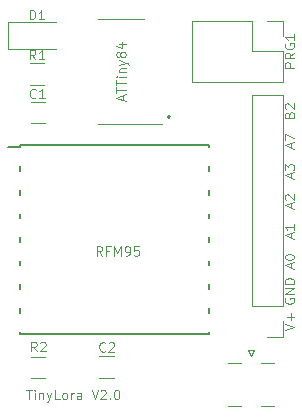
<source format=gbr>
G04 #@! TF.GenerationSoftware,KiCad,Pcbnew,5.1.5*
G04 #@! TF.CreationDate,2020-01-23T21:18:07+01:00*
G04 #@! TF.ProjectId,LORA_ATTINY84,4c4f5241-5f41-4545-9449-4e5938342e6b,rev?*
G04 #@! TF.SameCoordinates,Original*
G04 #@! TF.FileFunction,Legend,Top*
G04 #@! TF.FilePolarity,Positive*
%FSLAX46Y46*%
G04 Gerber Fmt 4.6, Leading zero omitted, Abs format (unit mm)*
G04 Created by KiCad (PCBNEW 5.1.5) date 2020-01-23 21:18:07*
%MOMM*%
%LPD*%
G04 APERTURE LIST*
%ADD10C,0.250000*%
%ADD11C,0.100000*%
%ADD12C,0.120000*%
%ADD13C,0.200000*%
G04 APERTURE END LIST*
D10*
X81051400Y-54789342D02*
X81099019Y-54836961D01*
X81051400Y-54884580D01*
X81003780Y-54836961D01*
X81051400Y-54789342D01*
X81051400Y-54884580D01*
D11*
X91306657Y-54705209D02*
X91344752Y-54590923D01*
X91382847Y-54552828D01*
X91459038Y-54514733D01*
X91573323Y-54514733D01*
X91649514Y-54552828D01*
X91687609Y-54590923D01*
X91725704Y-54667114D01*
X91725704Y-54971876D01*
X90925704Y-54971876D01*
X90925704Y-54705209D01*
X90963800Y-54629019D01*
X91001895Y-54590923D01*
X91078085Y-54552828D01*
X91154276Y-54552828D01*
X91230466Y-54590923D01*
X91268561Y-54629019D01*
X91306657Y-54705209D01*
X91306657Y-54971876D01*
X91001895Y-54209971D02*
X90963800Y-54171876D01*
X90925704Y-54095685D01*
X90925704Y-53905209D01*
X90963800Y-53829019D01*
X91001895Y-53790923D01*
X91078085Y-53752828D01*
X91154276Y-53752828D01*
X91268561Y-53790923D01*
X91725704Y-54248066D01*
X91725704Y-53752828D01*
X91497133Y-57492828D02*
X91497133Y-57111876D01*
X91725704Y-57569019D02*
X90925704Y-57302352D01*
X91725704Y-57035685D01*
X90925704Y-56845209D02*
X90925704Y-56311876D01*
X91725704Y-56654733D01*
X91497133Y-60032828D02*
X91497133Y-59651876D01*
X91725704Y-60109019D02*
X90925704Y-59842352D01*
X91725704Y-59575685D01*
X90925704Y-59385209D02*
X90925704Y-58889971D01*
X91230466Y-59156638D01*
X91230466Y-59042352D01*
X91268561Y-58966161D01*
X91306657Y-58928066D01*
X91382847Y-58889971D01*
X91573323Y-58889971D01*
X91649514Y-58928066D01*
X91687609Y-58966161D01*
X91725704Y-59042352D01*
X91725704Y-59270923D01*
X91687609Y-59347114D01*
X91649514Y-59385209D01*
X91497133Y-62572828D02*
X91497133Y-62191876D01*
X91725704Y-62649019D02*
X90925704Y-62382352D01*
X91725704Y-62115685D01*
X91001895Y-61887114D02*
X90963800Y-61849019D01*
X90925704Y-61772828D01*
X90925704Y-61582352D01*
X90963800Y-61506161D01*
X91001895Y-61468066D01*
X91078085Y-61429971D01*
X91154276Y-61429971D01*
X91268561Y-61468066D01*
X91725704Y-61925209D01*
X91725704Y-61429971D01*
X91497133Y-65112828D02*
X91497133Y-64731876D01*
X91725704Y-65189019D02*
X90925704Y-64922352D01*
X91725704Y-64655685D01*
X91725704Y-63969971D02*
X91725704Y-64427114D01*
X91725704Y-64198542D02*
X90925704Y-64198542D01*
X91039990Y-64274733D01*
X91116180Y-64350923D01*
X91154276Y-64427114D01*
X91497133Y-67652828D02*
X91497133Y-67271876D01*
X91725704Y-67729019D02*
X90925704Y-67462352D01*
X91725704Y-67195685D01*
X90925704Y-66776638D02*
X90925704Y-66700447D01*
X90963800Y-66624257D01*
X91001895Y-66586161D01*
X91078085Y-66548066D01*
X91230466Y-66509971D01*
X91420942Y-66509971D01*
X91573323Y-66548066D01*
X91649514Y-66586161D01*
X91687609Y-66624257D01*
X91725704Y-66700447D01*
X91725704Y-66776638D01*
X91687609Y-66852828D01*
X91649514Y-66890923D01*
X91573323Y-66929019D01*
X91420942Y-66967114D01*
X91230466Y-66967114D01*
X91078085Y-66929019D01*
X91001895Y-66890923D01*
X90963800Y-66852828D01*
X90925704Y-66776638D01*
X90963800Y-70230923D02*
X90925704Y-70307114D01*
X90925704Y-70421400D01*
X90963800Y-70535685D01*
X91039990Y-70611876D01*
X91116180Y-70649971D01*
X91268561Y-70688066D01*
X91382847Y-70688066D01*
X91535228Y-70649971D01*
X91611419Y-70611876D01*
X91687609Y-70535685D01*
X91725704Y-70421400D01*
X91725704Y-70345209D01*
X91687609Y-70230923D01*
X91649514Y-70192828D01*
X91382847Y-70192828D01*
X91382847Y-70345209D01*
X91725704Y-69849971D02*
X90925704Y-69849971D01*
X91725704Y-69392828D01*
X90925704Y-69392828D01*
X91725704Y-69011876D02*
X90925704Y-69011876D01*
X90925704Y-68821400D01*
X90963800Y-68707114D01*
X91039990Y-68630923D01*
X91116180Y-68592828D01*
X91268561Y-68554733D01*
X91382847Y-68554733D01*
X91535228Y-68592828D01*
X91611419Y-68630923D01*
X91687609Y-68707114D01*
X91725704Y-68821400D01*
X91725704Y-69011876D01*
X90925704Y-72923304D02*
X91725704Y-72656638D01*
X90925704Y-72389971D01*
X91420942Y-72123304D02*
X91420942Y-71513780D01*
X91725704Y-71818542D02*
X91116180Y-71818542D01*
X69044047Y-77997104D02*
X69501190Y-77997104D01*
X69272619Y-78797104D02*
X69272619Y-77997104D01*
X69767857Y-78797104D02*
X69767857Y-78263771D01*
X69767857Y-77997104D02*
X69729761Y-78035200D01*
X69767857Y-78073295D01*
X69805952Y-78035200D01*
X69767857Y-77997104D01*
X69767857Y-78073295D01*
X70148809Y-78263771D02*
X70148809Y-78797104D01*
X70148809Y-78339961D02*
X70186904Y-78301866D01*
X70263095Y-78263771D01*
X70377380Y-78263771D01*
X70453571Y-78301866D01*
X70491666Y-78378057D01*
X70491666Y-78797104D01*
X70796428Y-78263771D02*
X70986904Y-78797104D01*
X71177380Y-78263771D02*
X70986904Y-78797104D01*
X70910714Y-78987580D01*
X70872619Y-79025676D01*
X70796428Y-79063771D01*
X71863095Y-78797104D02*
X71482142Y-78797104D01*
X71482142Y-77997104D01*
X72244047Y-78797104D02*
X72167857Y-78759009D01*
X72129761Y-78720914D01*
X72091666Y-78644723D01*
X72091666Y-78416152D01*
X72129761Y-78339961D01*
X72167857Y-78301866D01*
X72244047Y-78263771D01*
X72358333Y-78263771D01*
X72434523Y-78301866D01*
X72472619Y-78339961D01*
X72510714Y-78416152D01*
X72510714Y-78644723D01*
X72472619Y-78720914D01*
X72434523Y-78759009D01*
X72358333Y-78797104D01*
X72244047Y-78797104D01*
X72853571Y-78797104D02*
X72853571Y-78263771D01*
X72853571Y-78416152D02*
X72891666Y-78339961D01*
X72929761Y-78301866D01*
X73005952Y-78263771D01*
X73082142Y-78263771D01*
X73691666Y-78797104D02*
X73691666Y-78378057D01*
X73653571Y-78301866D01*
X73577380Y-78263771D01*
X73425000Y-78263771D01*
X73348809Y-78301866D01*
X73691666Y-78759009D02*
X73615476Y-78797104D01*
X73425000Y-78797104D01*
X73348809Y-78759009D01*
X73310714Y-78682819D01*
X73310714Y-78606628D01*
X73348809Y-78530438D01*
X73425000Y-78492342D01*
X73615476Y-78492342D01*
X73691666Y-78454247D01*
X74567857Y-77997104D02*
X74834523Y-78797104D01*
X75101190Y-77997104D01*
X75329761Y-78073295D02*
X75367857Y-78035200D01*
X75444047Y-77997104D01*
X75634523Y-77997104D01*
X75710714Y-78035200D01*
X75748809Y-78073295D01*
X75786904Y-78149485D01*
X75786904Y-78225676D01*
X75748809Y-78339961D01*
X75291666Y-78797104D01*
X75786904Y-78797104D01*
X76129761Y-78720914D02*
X76167857Y-78759009D01*
X76129761Y-78797104D01*
X76091666Y-78759009D01*
X76129761Y-78720914D01*
X76129761Y-78797104D01*
X76663095Y-77997104D02*
X76739285Y-77997104D01*
X76815476Y-78035200D01*
X76853571Y-78073295D01*
X76891666Y-78149485D01*
X76929761Y-78301866D01*
X76929761Y-78492342D01*
X76891666Y-78644723D01*
X76853571Y-78720914D01*
X76815476Y-78759009D01*
X76739285Y-78797104D01*
X76663095Y-78797104D01*
X76586904Y-78759009D01*
X76548809Y-78720914D01*
X76510714Y-78644723D01*
X76472619Y-78492342D01*
X76472619Y-78301866D01*
X76510714Y-78149485D01*
X76548809Y-78073295D01*
X76586904Y-78035200D01*
X76663095Y-77997104D01*
D12*
X88927200Y-75683800D02*
X90037200Y-75683800D01*
X86137200Y-75683800D02*
X87247200Y-75683800D01*
X88927200Y-79393800D02*
X90037200Y-79393800D01*
X86137200Y-79393800D02*
X87247200Y-79393800D01*
X88087200Y-75133800D02*
X88337200Y-74633800D01*
X88337200Y-74633800D02*
X87837200Y-74633800D01*
X87837200Y-74633800D02*
X88087200Y-75133800D01*
X69414636Y-77008400D02*
X70618764Y-77008400D01*
X69414636Y-75188400D02*
X70618764Y-75188400D01*
X76446464Y-75163000D02*
X75242336Y-75163000D01*
X76446464Y-76983000D02*
X75242336Y-76983000D01*
X70629864Y-53598400D02*
X69425736Y-53598400D01*
X70629864Y-55418400D02*
X69425736Y-55418400D01*
X90788800Y-46726800D02*
X90788800Y-48056800D01*
X89458800Y-46726800D02*
X90788800Y-46726800D01*
X90788800Y-49326800D02*
X90788800Y-51926800D01*
X88188800Y-49326800D02*
X90788800Y-49326800D01*
X88188800Y-46726800D02*
X88188800Y-49326800D01*
X90788800Y-51926800D02*
X83048800Y-51926800D01*
X88188800Y-46726800D02*
X83048800Y-46726800D01*
X83048800Y-46726800D02*
X83048800Y-51926800D01*
X90788800Y-73491400D02*
X89458800Y-73491400D01*
X90788800Y-72161400D02*
X90788800Y-73491400D01*
X90788800Y-70891400D02*
X88128800Y-70891400D01*
X88128800Y-70891400D02*
X88128800Y-53051400D01*
X90788800Y-70891400D02*
X90788800Y-53051400D01*
X90788800Y-53051400D02*
X88128800Y-53051400D01*
X70579064Y-50359900D02*
X69374936Y-50359900D01*
X70579064Y-52179900D02*
X69374936Y-52179900D01*
X67517000Y-49115600D02*
X71577000Y-49115600D01*
X67517000Y-46845600D02*
X67517000Y-49115600D01*
X71577000Y-46845600D02*
X67517000Y-46845600D01*
X77089000Y-55463600D02*
X80539000Y-55463600D01*
X77089000Y-55463600D02*
X75139000Y-55463600D01*
X77089000Y-46593600D02*
X79039000Y-46593600D01*
X77089000Y-46593600D02*
X75139000Y-46593600D01*
D13*
X68529200Y-57267600D02*
X84529200Y-57267600D01*
X68529200Y-69067600D02*
X68529200Y-69467600D01*
X68529200Y-67067600D02*
X68529200Y-67467600D01*
X68529200Y-65067600D02*
X68529200Y-65467600D01*
X68529200Y-63067600D02*
X68529200Y-63467600D01*
X68529200Y-61467600D02*
X68529200Y-61067600D01*
X68529200Y-59467600D02*
X68529200Y-59067600D01*
X67529200Y-57467600D02*
X68529200Y-57467600D01*
X68529200Y-57467600D02*
X68529200Y-57267600D01*
X68529200Y-71067600D02*
X68529200Y-71467600D01*
X84529200Y-57267600D02*
X84529200Y-57467600D01*
X84529200Y-59067600D02*
X84529200Y-59467600D01*
X84529200Y-61067600D02*
X84529200Y-61467600D01*
X84529200Y-63067600D02*
X84529200Y-63467600D01*
X84529200Y-65067600D02*
X84529200Y-65467600D01*
X84529200Y-67067600D02*
X84529200Y-67467600D01*
X84529200Y-69067600D02*
X84529200Y-69467600D01*
X84529200Y-71067600D02*
X84529200Y-71467600D01*
X84529200Y-73067600D02*
X84529200Y-73267600D01*
X84529200Y-73267600D02*
X68529200Y-73267600D01*
X68529200Y-73267600D02*
X68529200Y-73067600D01*
D11*
X69919866Y-74733104D02*
X69653200Y-74352152D01*
X69462723Y-74733104D02*
X69462723Y-73933104D01*
X69767485Y-73933104D01*
X69843676Y-73971200D01*
X69881771Y-74009295D01*
X69919866Y-74085485D01*
X69919866Y-74199771D01*
X69881771Y-74275961D01*
X69843676Y-74314057D01*
X69767485Y-74352152D01*
X69462723Y-74352152D01*
X70224628Y-74009295D02*
X70262723Y-73971200D01*
X70338914Y-73933104D01*
X70529390Y-73933104D01*
X70605580Y-73971200D01*
X70643676Y-74009295D01*
X70681771Y-74085485D01*
X70681771Y-74161676D01*
X70643676Y-74275961D01*
X70186533Y-74733104D01*
X70681771Y-74733104D01*
X75736466Y-74682314D02*
X75698371Y-74720409D01*
X75584085Y-74758504D01*
X75507895Y-74758504D01*
X75393609Y-74720409D01*
X75317419Y-74644219D01*
X75279323Y-74568028D01*
X75241228Y-74415647D01*
X75241228Y-74301361D01*
X75279323Y-74148980D01*
X75317419Y-74072790D01*
X75393609Y-73996600D01*
X75507895Y-73958504D01*
X75584085Y-73958504D01*
X75698371Y-73996600D01*
X75736466Y-74034695D01*
X76041228Y-74034695D02*
X76079323Y-73996600D01*
X76155514Y-73958504D01*
X76345990Y-73958504D01*
X76422180Y-73996600D01*
X76460276Y-74034695D01*
X76498371Y-74110885D01*
X76498371Y-74187076D01*
X76460276Y-74301361D01*
X76003133Y-74758504D01*
X76498371Y-74758504D01*
X69843666Y-53219314D02*
X69805571Y-53257409D01*
X69691285Y-53295504D01*
X69615095Y-53295504D01*
X69500809Y-53257409D01*
X69424619Y-53181219D01*
X69386523Y-53105028D01*
X69348428Y-52952647D01*
X69348428Y-52838361D01*
X69386523Y-52685980D01*
X69424619Y-52609790D01*
X69500809Y-52533600D01*
X69615095Y-52495504D01*
X69691285Y-52495504D01*
X69805571Y-52533600D01*
X69843666Y-52571695D01*
X70605571Y-53295504D02*
X70148428Y-53295504D01*
X70377000Y-53295504D02*
X70377000Y-52495504D01*
X70300809Y-52609790D01*
X70224619Y-52685980D01*
X70148428Y-52724076D01*
X91751104Y-50717276D02*
X90951104Y-50717276D01*
X90951104Y-50412514D01*
X90989200Y-50336323D01*
X91027295Y-50298228D01*
X91103485Y-50260133D01*
X91217771Y-50260133D01*
X91293961Y-50298228D01*
X91332057Y-50336323D01*
X91370152Y-50412514D01*
X91370152Y-50717276D01*
X91751104Y-49460133D02*
X91370152Y-49726800D01*
X91751104Y-49917276D02*
X90951104Y-49917276D01*
X90951104Y-49612514D01*
X90989200Y-49536323D01*
X91027295Y-49498228D01*
X91103485Y-49460133D01*
X91217771Y-49460133D01*
X91293961Y-49498228D01*
X91332057Y-49536323D01*
X91370152Y-49612514D01*
X91370152Y-49917276D01*
X90989200Y-48698228D02*
X90951104Y-48774419D01*
X90951104Y-48888704D01*
X90989200Y-49002990D01*
X91065390Y-49079180D01*
X91141580Y-49117276D01*
X91293961Y-49155371D01*
X91408247Y-49155371D01*
X91560628Y-49117276D01*
X91636819Y-49079180D01*
X91713009Y-49002990D01*
X91751104Y-48888704D01*
X91751104Y-48812514D01*
X91713009Y-48698228D01*
X91674914Y-48660133D01*
X91408247Y-48660133D01*
X91408247Y-48812514D01*
X91751104Y-47898228D02*
X91751104Y-48355371D01*
X91751104Y-48126800D02*
X90951104Y-48126800D01*
X91065390Y-48202990D01*
X91141580Y-48279180D01*
X91179676Y-48355371D01*
X69818266Y-50018904D02*
X69551600Y-49637952D01*
X69361123Y-50018904D02*
X69361123Y-49218904D01*
X69665885Y-49218904D01*
X69742076Y-49257000D01*
X69780171Y-49295095D01*
X69818266Y-49371285D01*
X69818266Y-49485571D01*
X69780171Y-49561761D01*
X69742076Y-49599857D01*
X69665885Y-49637952D01*
X69361123Y-49637952D01*
X70580171Y-50018904D02*
X70123028Y-50018904D01*
X70351600Y-50018904D02*
X70351600Y-49218904D01*
X70275409Y-49333190D01*
X70199219Y-49409380D01*
X70123028Y-49447476D01*
X69335723Y-46640704D02*
X69335723Y-45840704D01*
X69526200Y-45840704D01*
X69640485Y-45878800D01*
X69716676Y-45954990D01*
X69754771Y-46031180D01*
X69792866Y-46183561D01*
X69792866Y-46297847D01*
X69754771Y-46450228D01*
X69716676Y-46526419D01*
X69640485Y-46602609D01*
X69526200Y-46640704D01*
X69335723Y-46640704D01*
X70554771Y-46640704D02*
X70097628Y-46640704D01*
X70326200Y-46640704D02*
X70326200Y-45840704D01*
X70250009Y-45954990D01*
X70173819Y-46031180D01*
X70097628Y-46069276D01*
X77222333Y-53447647D02*
X77222333Y-53066695D01*
X77450904Y-53523838D02*
X76650904Y-53257171D01*
X77450904Y-52990504D01*
X76650904Y-52838123D02*
X76650904Y-52380980D01*
X77450904Y-52609552D02*
X76650904Y-52609552D01*
X76650904Y-52228600D02*
X76650904Y-51771457D01*
X77450904Y-52000028D02*
X76650904Y-52000028D01*
X77450904Y-51504790D02*
X76917571Y-51504790D01*
X76650904Y-51504790D02*
X76689000Y-51542885D01*
X76727095Y-51504790D01*
X76689000Y-51466695D01*
X76650904Y-51504790D01*
X76727095Y-51504790D01*
X76917571Y-51123838D02*
X77450904Y-51123838D01*
X76993761Y-51123838D02*
X76955666Y-51085742D01*
X76917571Y-51009552D01*
X76917571Y-50895266D01*
X76955666Y-50819076D01*
X77031857Y-50780980D01*
X77450904Y-50780980D01*
X76917571Y-50476219D02*
X77450904Y-50285742D01*
X76917571Y-50095266D02*
X77450904Y-50285742D01*
X77641380Y-50361933D01*
X77679476Y-50400028D01*
X77717571Y-50476219D01*
X76993761Y-49676219D02*
X76955666Y-49752409D01*
X76917571Y-49790504D01*
X76841380Y-49828600D01*
X76803285Y-49828600D01*
X76727095Y-49790504D01*
X76689000Y-49752409D01*
X76650904Y-49676219D01*
X76650904Y-49523838D01*
X76689000Y-49447647D01*
X76727095Y-49409552D01*
X76803285Y-49371457D01*
X76841380Y-49371457D01*
X76917571Y-49409552D01*
X76955666Y-49447647D01*
X76993761Y-49523838D01*
X76993761Y-49676219D01*
X77031857Y-49752409D01*
X77069952Y-49790504D01*
X77146142Y-49828600D01*
X77298523Y-49828600D01*
X77374714Y-49790504D01*
X77412809Y-49752409D01*
X77450904Y-49676219D01*
X77450904Y-49523838D01*
X77412809Y-49447647D01*
X77374714Y-49409552D01*
X77298523Y-49371457D01*
X77146142Y-49371457D01*
X77069952Y-49409552D01*
X77031857Y-49447647D01*
X76993761Y-49523838D01*
X76917571Y-48685742D02*
X77450904Y-48685742D01*
X76612809Y-48876219D02*
X77184238Y-49066695D01*
X77184238Y-48571457D01*
X75469914Y-66630504D02*
X75203247Y-66249552D01*
X75012771Y-66630504D02*
X75012771Y-65830504D01*
X75317533Y-65830504D01*
X75393723Y-65868600D01*
X75431819Y-65906695D01*
X75469914Y-65982885D01*
X75469914Y-66097171D01*
X75431819Y-66173361D01*
X75393723Y-66211457D01*
X75317533Y-66249552D01*
X75012771Y-66249552D01*
X76079438Y-66211457D02*
X75812771Y-66211457D01*
X75812771Y-66630504D02*
X75812771Y-65830504D01*
X76193723Y-65830504D01*
X76498485Y-66630504D02*
X76498485Y-65830504D01*
X76765152Y-66401933D01*
X77031819Y-65830504D01*
X77031819Y-66630504D01*
X77450866Y-66630504D02*
X77603247Y-66630504D01*
X77679438Y-66592409D01*
X77717533Y-66554314D01*
X77793723Y-66440028D01*
X77831819Y-66287647D01*
X77831819Y-65982885D01*
X77793723Y-65906695D01*
X77755628Y-65868600D01*
X77679438Y-65830504D01*
X77527057Y-65830504D01*
X77450866Y-65868600D01*
X77412771Y-65906695D01*
X77374676Y-65982885D01*
X77374676Y-66173361D01*
X77412771Y-66249552D01*
X77450866Y-66287647D01*
X77527057Y-66325742D01*
X77679438Y-66325742D01*
X77755628Y-66287647D01*
X77793723Y-66249552D01*
X77831819Y-66173361D01*
X78555628Y-65830504D02*
X78174676Y-65830504D01*
X78136580Y-66211457D01*
X78174676Y-66173361D01*
X78250866Y-66135266D01*
X78441342Y-66135266D01*
X78517533Y-66173361D01*
X78555628Y-66211457D01*
X78593723Y-66287647D01*
X78593723Y-66478123D01*
X78555628Y-66554314D01*
X78517533Y-66592409D01*
X78441342Y-66630504D01*
X78250866Y-66630504D01*
X78174676Y-66592409D01*
X78136580Y-66554314D01*
M02*

</source>
